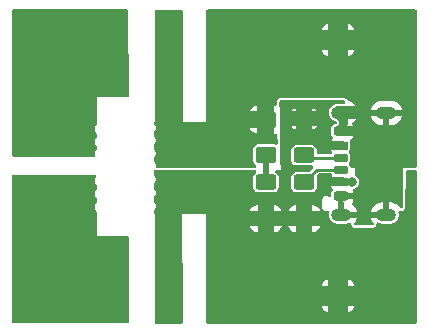
<source format=gbr>
%TF.GenerationSoftware,KiCad,Pcbnew,8.0.5*%
%TF.CreationDate,2024-10-20T11:11:32-05:00*%
%TF.ProjectId,Banana to USB-C Adapter v3,42616e61-6e61-4207-946f-205553422d43,2*%
%TF.SameCoordinates,Original*%
%TF.FileFunction,Copper,L1,Top*%
%TF.FilePolarity,Positive*%
%FSLAX46Y46*%
G04 Gerber Fmt 4.6, Leading zero omitted, Abs format (unit mm)*
G04 Created by KiCad (PCBNEW 8.0.5) date 2024-10-20 11:11:32*
%MOMM*%
%LPD*%
G01*
G04 APERTURE LIST*
G04 Aperture macros list*
%AMRoundRect*
0 Rectangle with rounded corners*
0 $1 Rounding radius*
0 $2 $3 $4 $5 $6 $7 $8 $9 X,Y pos of 4 corners*
0 Add a 4 corners polygon primitive as box body*
4,1,4,$2,$3,$4,$5,$6,$7,$8,$9,$2,$3,0*
0 Add four circle primitives for the rounded corners*
1,1,$1+$1,$2,$3*
1,1,$1+$1,$4,$5*
1,1,$1+$1,$6,$7*
1,1,$1+$1,$8,$9*
0 Add four rect primitives between the rounded corners*
20,1,$1+$1,$2,$3,$4,$5,0*
20,1,$1+$1,$4,$5,$6,$7,0*
20,1,$1+$1,$6,$7,$8,$9,0*
20,1,$1+$1,$8,$9,$2,$3,0*%
G04 Aperture macros list end*
%TA.AperFunction,ComponentPad*%
%ADD10R,1.700000X1.700000*%
%TD*%
%TA.AperFunction,ComponentPad*%
%ADD11C,0.800000*%
%TD*%
%TA.AperFunction,ComponentPad*%
%ADD12C,6.400000*%
%TD*%
%TA.AperFunction,SMDPad,CuDef*%
%ADD13RoundRect,0.250000X0.625000X-0.400000X0.625000X0.400000X-0.625000X0.400000X-0.625000X-0.400000X0*%
%TD*%
%TA.AperFunction,SMDPad,CuDef*%
%ADD14RoundRect,0.175000X0.425000X-0.175000X0.425000X0.175000X-0.425000X0.175000X-0.425000X-0.175000X0*%
%TD*%
%TA.AperFunction,SMDPad,CuDef*%
%ADD15RoundRect,0.190000X-0.410000X0.190000X-0.410000X-0.190000X0.410000X-0.190000X0.410000X0.190000X0*%
%TD*%
%TA.AperFunction,SMDPad,CuDef*%
%ADD16RoundRect,0.200000X-0.400000X0.200000X-0.400000X-0.200000X0.400000X-0.200000X0.400000X0.200000X0*%
%TD*%
%TA.AperFunction,SMDPad,CuDef*%
%ADD17RoundRect,0.175000X-0.425000X0.175000X-0.425000X-0.175000X0.425000X-0.175000X0.425000X0.175000X0*%
%TD*%
%TA.AperFunction,SMDPad,CuDef*%
%ADD18RoundRect,0.190000X0.410000X-0.190000X0.410000X0.190000X-0.410000X0.190000X-0.410000X-0.190000X0*%
%TD*%
%TA.AperFunction,SMDPad,CuDef*%
%ADD19RoundRect,0.200000X0.400000X-0.200000X0.400000X0.200000X-0.400000X0.200000X-0.400000X-0.200000X0*%
%TD*%
%TA.AperFunction,ComponentPad*%
%ADD20O,1.700000X1.100000*%
%TD*%
%TA.AperFunction,SMDPad,CuDef*%
%ADD21RoundRect,0.250001X-0.624999X0.462499X-0.624999X-0.462499X0.624999X-0.462499X0.624999X0.462499X0*%
%TD*%
%TA.AperFunction,SMDPad,CuDef*%
%ADD22RoundRect,0.250000X-0.625000X0.400000X-0.625000X-0.400000X0.625000X-0.400000X0.625000X0.400000X0*%
%TD*%
%TA.AperFunction,ViaPad*%
%ADD23C,0.800000*%
%TD*%
%TA.AperFunction,Conductor*%
%ADD24C,0.250000*%
%TD*%
%TA.AperFunction,Conductor*%
%ADD25C,0.500000*%
%TD*%
G04 APERTURE END LIST*
D10*
%TO.P,J3,1,Pin_1*%
%TO.N,GND*%
X152882600Y-88671400D03*
%TD*%
D11*
%TO.P,H1,1,1*%
%TO.N,/Positive*%
X126600138Y-108968250D03*
X127303082Y-107271194D03*
X127303082Y-110665306D03*
X129000138Y-106568250D03*
D12*
X129000138Y-108968250D03*
D11*
X129000138Y-111368250D03*
X130697194Y-107271194D03*
X130697194Y-110665306D03*
X131400138Y-108968250D03*
%TD*%
D10*
%TO.P,J2,1,Pin_1*%
%TO.N,/Positive*%
X152882600Y-110337600D03*
%TD*%
D13*
%TO.P,R1,1*%
%TO.N,/Positive*%
X146790000Y-103820000D03*
%TO.P,R1,2*%
%TO.N,Net-(D1-A)*%
X146790000Y-100720000D03*
%TD*%
D14*
%TO.P,J1,A5,CC1*%
%TO.N,Net-(J1-CC1)*%
X153110000Y-99660000D03*
D15*
%TO.P,J1,A9,VBUS*%
%TO.N,/Positive*%
X153110000Y-97640000D03*
D16*
%TO.P,J1,A12,GND*%
%TO.N,GND*%
X153110000Y-96410000D03*
D17*
%TO.P,J1,B5,CC2*%
%TO.N,Net-(J1-CC2)*%
X153110000Y-98660000D03*
D18*
%TO.P,J1,B9,VBUS*%
%TO.N,/Positive*%
X153110000Y-100680000D03*
D19*
%TO.P,J1,B12,GND*%
%TO.N,GND*%
X153110000Y-101910000D03*
D20*
%TO.P,J1,S1,SHIELD*%
X153190000Y-103480000D03*
X156990000Y-103480000D03*
X153190000Y-94840000D03*
X156990000Y-94840000D03*
%TD*%
D11*
%TO.P,H2,1,1*%
%TO.N,GND*%
X126600138Y-89918250D03*
X127303082Y-88221194D03*
X127303082Y-91615306D03*
X129000138Y-87518250D03*
D12*
X129000138Y-89918250D03*
D11*
X129000138Y-92318250D03*
X130697194Y-88221194D03*
X130697194Y-91615306D03*
X131400138Y-89918250D03*
%TD*%
D21*
%TO.P,D1,1,K*%
%TO.N,GND*%
X146790000Y-95432500D03*
%TO.P,D1,2,A*%
%TO.N,Net-(D1-A)*%
X146790000Y-98407500D03*
%TD*%
D22*
%TO.P,R4,1*%
%TO.N,/Positive*%
X150030000Y-95351000D03*
%TO.P,R4,2*%
%TO.N,Net-(J1-CC2)*%
X150030000Y-98451000D03*
%TD*%
D13*
%TO.P,R3,1*%
%TO.N,/Positive*%
X150030000Y-103820000D03*
%TO.P,R3,2*%
%TO.N,Net-(J1-CC1)*%
X150030000Y-100720000D03*
%TD*%
D23*
%TO.N,GND*%
X144856200Y-86588600D03*
X144856200Y-95250000D03*
X144856200Y-88320880D03*
X144856200Y-90053160D03*
X144856200Y-91785440D03*
X144856200Y-93517720D03*
%TO.N,/Positive*%
X154051000Y-100711000D03*
X144856200Y-110535720D03*
X144856200Y-105415080D03*
X152146000Y-97663000D03*
X144856200Y-107121960D03*
X144856200Y-103708200D03*
X144856200Y-108828840D03*
X144856200Y-112242600D03*
X152146000Y-100711000D03*
%TD*%
D24*
%TO.N,Net-(J1-CC1)*%
X151090000Y-99660000D02*
X150030000Y-100720000D01*
X153110000Y-99660000D02*
X151090000Y-99660000D01*
%TO.N,Net-(J1-CC2)*%
X153103600Y-98653600D02*
X153110000Y-98660000D01*
X150232600Y-98653600D02*
X153103600Y-98653600D01*
X150030000Y-98451000D02*
X150232600Y-98653600D01*
%TO.N,/Positive*%
X153141000Y-100711000D02*
X153110000Y-100680000D01*
X154051000Y-100711000D02*
X153141000Y-100711000D01*
%TO.N,GND*%
X138500000Y-88450000D02*
X138500000Y-91250000D01*
%TO.N,/Positive*%
X152169000Y-97640000D02*
X152146000Y-97663000D01*
X153110000Y-100680000D02*
X152177000Y-100680000D01*
X152177000Y-100680000D02*
X152146000Y-100711000D01*
X153110000Y-97640000D02*
X152169000Y-97640000D01*
D25*
%TO.N,Net-(D1-A)*%
X146790000Y-98407500D02*
X146790000Y-100720000D01*
D24*
%TO.N,Net-(J1-CC2)*%
X150222000Y-98660000D02*
X149987000Y-98425000D01*
%TD*%
%TA.AperFunction,Conductor*%
%TO.N,GND*%
G36*
X156192641Y-93909500D02*
G01*
X156192631Y-93909505D01*
X156020664Y-94024410D01*
X156020660Y-94024413D01*
X155874413Y-94170660D01*
X155874410Y-94170664D01*
X155759505Y-94342631D01*
X155759500Y-94342641D01*
X155680351Y-94533723D01*
X155680350Y-94533725D01*
X155669157Y-94590000D01*
X156523012Y-94590000D01*
X156505795Y-94599940D01*
X156449940Y-94655795D01*
X156410444Y-94724204D01*
X156390000Y-94800504D01*
X156390000Y-94879496D01*
X156410444Y-94955796D01*
X156449940Y-95024205D01*
X156505795Y-95080060D01*
X156523012Y-95090000D01*
X155669157Y-95090000D01*
X155680350Y-95146274D01*
X155680351Y-95146276D01*
X155759500Y-95337358D01*
X155759505Y-95337368D01*
X155874410Y-95509335D01*
X155874413Y-95509339D01*
X156020660Y-95655586D01*
X156020664Y-95655589D01*
X156192631Y-95770494D01*
X156192641Y-95770499D01*
X156383725Y-95849649D01*
X156383733Y-95849651D01*
X156586579Y-95889999D01*
X156586583Y-95890000D01*
X156740000Y-95890000D01*
X156740000Y-95140000D01*
X157240000Y-95140000D01*
X157240000Y-95890000D01*
X157393417Y-95890000D01*
X157393420Y-95889999D01*
X157596266Y-95849651D01*
X157596274Y-95849649D01*
X157787358Y-95770499D01*
X157787368Y-95770494D01*
X157959335Y-95655589D01*
X157959339Y-95655586D01*
X158105586Y-95509339D01*
X158105589Y-95509335D01*
X158220494Y-95337368D01*
X158220499Y-95337358D01*
X158299648Y-95146276D01*
X158299649Y-95146274D01*
X158310843Y-95090000D01*
X157456988Y-95090000D01*
X157474205Y-95080060D01*
X157530060Y-95024205D01*
X157569556Y-94955796D01*
X157590000Y-94879496D01*
X157590000Y-94800504D01*
X157569556Y-94724204D01*
X157530060Y-94655795D01*
X157474205Y-94599940D01*
X157456988Y-94590000D01*
X158310843Y-94590000D01*
X158299649Y-94533725D01*
X158299648Y-94533723D01*
X158220499Y-94342641D01*
X158220494Y-94342631D01*
X158105589Y-94170664D01*
X158105586Y-94170660D01*
X157959339Y-94024413D01*
X157959335Y-94024410D01*
X157787368Y-93909505D01*
X157787358Y-93909500D01*
X157650955Y-93853000D01*
X158496000Y-93853000D01*
X158427964Y-99500000D01*
X158388077Y-102810664D01*
X158387893Y-102825895D01*
X158367402Y-102892692D01*
X158314051Y-102937808D01*
X158244778Y-102946917D01*
X158181576Y-102917129D01*
X158160800Y-102893292D01*
X158105589Y-102810664D01*
X158105586Y-102810660D01*
X157959339Y-102664413D01*
X157959335Y-102664410D01*
X157787368Y-102549505D01*
X157787358Y-102549500D01*
X157596274Y-102470350D01*
X157596266Y-102470348D01*
X157393420Y-102430000D01*
X157240000Y-102430000D01*
X157240000Y-103180000D01*
X156740000Y-103180000D01*
X156740000Y-102430000D01*
X156586579Y-102430000D01*
X156383733Y-102470348D01*
X156383725Y-102470350D01*
X156192641Y-102549500D01*
X156192631Y-102549505D01*
X156020664Y-102664410D01*
X156020660Y-102664413D01*
X155874413Y-102810660D01*
X155874410Y-102810664D01*
X155759505Y-102982631D01*
X155759500Y-102982641D01*
X155680351Y-103173723D01*
X155680350Y-103173725D01*
X155669157Y-103230000D01*
X156523012Y-103230000D01*
X156505795Y-103239940D01*
X156449940Y-103295795D01*
X156410444Y-103364204D01*
X156390000Y-103440504D01*
X156390000Y-103519496D01*
X156410444Y-103595796D01*
X156449940Y-103664205D01*
X156505795Y-103720060D01*
X156523012Y-103730000D01*
X155669157Y-103730000D01*
X155680350Y-103786274D01*
X155680351Y-103786276D01*
X155759500Y-103977358D01*
X155759505Y-103977368D01*
X155874410Y-104149335D01*
X155874413Y-104149339D01*
X155907393Y-104182319D01*
X155940878Y-104243642D01*
X155935894Y-104313334D01*
X155894022Y-104369267D01*
X155828558Y-104393684D01*
X155819712Y-104394000D01*
X154360288Y-104394000D01*
X154293249Y-104374315D01*
X154247494Y-104321511D01*
X154237550Y-104252353D01*
X154266575Y-104188797D01*
X154272607Y-104182319D01*
X154305586Y-104149339D01*
X154305589Y-104149335D01*
X154420494Y-103977368D01*
X154420499Y-103977358D01*
X154499648Y-103786276D01*
X154499649Y-103786274D01*
X154510843Y-103730000D01*
X153656988Y-103730000D01*
X153674205Y-103720060D01*
X153730060Y-103664205D01*
X153769556Y-103595796D01*
X153790000Y-103519496D01*
X153790000Y-103440504D01*
X153769556Y-103364204D01*
X153730060Y-103295795D01*
X153674205Y-103239940D01*
X153656988Y-103230000D01*
X154510843Y-103230000D01*
X154499649Y-103173725D01*
X154499648Y-103173723D01*
X154420499Y-102982641D01*
X154420494Y-102982631D01*
X154305589Y-102810664D01*
X154305586Y-102810660D01*
X154159337Y-102664411D01*
X154139254Y-102650992D01*
X154094450Y-102597379D01*
X154085744Y-102528054D01*
X154102031Y-102483740D01*
X154153018Y-102399398D01*
X154153019Y-102399396D01*
X154203590Y-102237106D01*
X154210000Y-102166572D01*
X154210000Y-102160000D01*
X153360000Y-102160000D01*
X153360000Y-102387000D01*
X153378290Y-102405290D01*
X153383039Y-102406685D01*
X153428794Y-102459489D01*
X153440000Y-102511000D01*
X153440000Y-103180000D01*
X152940000Y-103180000D01*
X152940000Y-102853000D01*
X152921709Y-102834709D01*
X152916961Y-102833315D01*
X152871206Y-102780511D01*
X152860000Y-102729000D01*
X152860000Y-101784000D01*
X152879685Y-101716961D01*
X152932489Y-101671206D01*
X152984000Y-101660000D01*
X154209999Y-101660000D01*
X154209999Y-101653417D01*
X154203591Y-101582897D01*
X154203590Y-101582892D01*
X154158590Y-101438482D01*
X154157438Y-101368622D01*
X154194239Y-101309229D01*
X154229521Y-101287030D01*
X154353841Y-101235536D01*
X154479282Y-101139282D01*
X154575536Y-101013841D01*
X154636044Y-100867762D01*
X154656682Y-100711000D01*
X154636044Y-100554238D01*
X154575536Y-100408159D01*
X154479282Y-100282718D01*
X154372778Y-100200995D01*
X154331577Y-100144568D01*
X154324284Y-100100486D01*
X154334638Y-99500000D01*
X154432000Y-93853000D01*
X156329045Y-93853000D01*
X156192641Y-93909500D01*
G37*
%TD.AperFunction*%
%TD*%
%TA.AperFunction,Conductor*%
%TO.N,/Positive*%
G36*
X133225000Y-106000000D02*
G01*
X133225000Y-112689747D01*
X125455059Y-112689455D01*
X125388021Y-112669768D01*
X125342268Y-112616962D01*
X125331064Y-112565740D01*
X125315796Y-105928517D01*
X125313744Y-105036255D01*
X125575000Y-104775000D01*
X132000000Y-104775000D01*
X133225000Y-106000000D01*
G37*
%TD.AperFunction*%
%TD*%
%TA.AperFunction,Conductor*%
%TO.N,/Positive*%
G36*
X153462762Y-93813285D02*
G01*
X153508517Y-93866089D01*
X153519705Y-93915459D01*
X153520532Y-93963359D01*
X153502007Y-94030729D01*
X153450001Y-94077388D01*
X153396550Y-94089500D01*
X152816080Y-94089500D01*
X152671092Y-94118340D01*
X152671082Y-94118343D01*
X152534511Y-94174912D01*
X152534498Y-94174919D01*
X152411584Y-94257048D01*
X152411580Y-94257051D01*
X152307051Y-94361580D01*
X152307048Y-94361584D01*
X152224919Y-94484498D01*
X152224912Y-94484511D01*
X152168343Y-94621082D01*
X152168340Y-94621092D01*
X152139500Y-94766079D01*
X152139500Y-94766082D01*
X152139500Y-94913918D01*
X152139500Y-94913920D01*
X152139499Y-94913920D01*
X152168340Y-95058907D01*
X152168343Y-95058917D01*
X152224912Y-95195488D01*
X152224919Y-95195501D01*
X152307048Y-95318415D01*
X152307051Y-95318419D01*
X152411580Y-95422948D01*
X152411584Y-95422951D01*
X152534498Y-95505080D01*
X152534511Y-95505087D01*
X152671082Y-95561656D01*
X152671087Y-95561658D01*
X152686987Y-95564820D01*
X152748898Y-95597203D01*
X152783474Y-95657918D01*
X152779736Y-95727688D01*
X152738871Y-95784361D01*
X152682196Y-95808911D01*
X152584699Y-95824352D01*
X152529297Y-95852580D01*
X152471658Y-95881950D01*
X152471657Y-95881951D01*
X152471652Y-95881954D01*
X152381954Y-95971652D01*
X152381951Y-95971657D01*
X152381950Y-95971658D01*
X152362751Y-96009337D01*
X152324352Y-96084698D01*
X152309500Y-96178475D01*
X152309500Y-96641517D01*
X152320292Y-96709657D01*
X152324354Y-96735304D01*
X152381950Y-96848342D01*
X152381952Y-96848344D01*
X152381954Y-96848347D01*
X152443787Y-96910180D01*
X152477272Y-96971503D01*
X152472288Y-97041195D01*
X152430416Y-97097128D01*
X152429741Y-97097630D01*
X152382498Y-97132497D01*
X152303018Y-97240189D01*
X152296087Y-97259999D01*
X152296087Y-97260000D01*
X153366000Y-97260000D01*
X153433039Y-97279685D01*
X153478794Y-97332489D01*
X153490000Y-97384000D01*
X153490000Y-97896000D01*
X153470315Y-97963039D01*
X153417511Y-98008794D01*
X153366000Y-98020000D01*
X152296087Y-98020000D01*
X152303019Y-98039812D01*
X152367623Y-98127348D01*
X152391594Y-98192977D01*
X152379279Y-98255390D01*
X152377756Y-98258509D01*
X152330652Y-98310113D01*
X152266330Y-98328100D01*
X151229500Y-98328100D01*
X151162461Y-98308415D01*
X151116706Y-98255611D01*
X151105500Y-98204100D01*
X151105500Y-97996730D01*
X151102646Y-97966300D01*
X151102646Y-97966298D01*
X151057793Y-97838119D01*
X151057792Y-97838117D01*
X150977150Y-97728850D01*
X150867882Y-97648207D01*
X150867880Y-97648206D01*
X150739700Y-97603353D01*
X150709270Y-97600500D01*
X150709266Y-97600500D01*
X149350734Y-97600500D01*
X149350730Y-97600500D01*
X149320300Y-97603353D01*
X149320298Y-97603353D01*
X149192119Y-97648206D01*
X149192117Y-97648207D01*
X149082850Y-97728850D01*
X149002207Y-97838117D01*
X149002206Y-97838119D01*
X148957353Y-97966298D01*
X148957353Y-97966300D01*
X148954500Y-97996730D01*
X148954500Y-98905269D01*
X148957353Y-98935699D01*
X148957353Y-98935701D01*
X149001028Y-99060513D01*
X149002207Y-99063882D01*
X149082850Y-99173150D01*
X149192118Y-99253793D01*
X149220685Y-99263789D01*
X149320299Y-99298646D01*
X149350730Y-99301500D01*
X150688811Y-99301500D01*
X150755850Y-99321185D01*
X150801605Y-99373989D01*
X150811549Y-99443147D01*
X150782524Y-99506703D01*
X150776492Y-99513181D01*
X150456492Y-99833181D01*
X150395169Y-99866666D01*
X150368811Y-99869500D01*
X149350730Y-99869500D01*
X149320300Y-99872353D01*
X149320298Y-99872353D01*
X149192119Y-99917206D01*
X149192117Y-99917207D01*
X149082850Y-99997850D01*
X149002207Y-100107117D01*
X149002206Y-100107119D01*
X148957353Y-100235298D01*
X148957353Y-100235300D01*
X148954500Y-100265730D01*
X148954500Y-101174269D01*
X148957353Y-101204699D01*
X148957353Y-101204701D01*
X148999223Y-101324354D01*
X149002207Y-101332882D01*
X149082850Y-101442150D01*
X149192118Y-101522793D01*
X149234845Y-101537744D01*
X149320299Y-101567646D01*
X149350730Y-101570500D01*
X149350734Y-101570500D01*
X150709270Y-101570500D01*
X150739699Y-101567646D01*
X150739701Y-101567646D01*
X150803790Y-101545219D01*
X150867882Y-101522793D01*
X150977150Y-101442150D01*
X151057793Y-101332882D01*
X151083161Y-101260384D01*
X151102646Y-101204701D01*
X151102646Y-101204699D01*
X151105500Y-101174269D01*
X151105500Y-100265730D01*
X151102646Y-100235301D01*
X151095299Y-100214304D01*
X151091736Y-100144525D01*
X151124658Y-100085668D01*
X151188510Y-100021817D01*
X151249834Y-99988333D01*
X151276190Y-99985500D01*
X152263201Y-99985500D01*
X152330240Y-100005185D01*
X152374600Y-100055036D01*
X152379253Y-100064553D01*
X152391014Y-100133425D01*
X152367625Y-100192650D01*
X152303018Y-100280189D01*
X152296087Y-100299999D01*
X152296087Y-100300000D01*
X153366000Y-100300000D01*
X153433039Y-100319685D01*
X153478794Y-100372489D01*
X153490000Y-100424000D01*
X153490000Y-100936000D01*
X153470315Y-101003039D01*
X153417511Y-101048794D01*
X153366000Y-101060000D01*
X152296087Y-101060000D01*
X152303018Y-101079810D01*
X152382498Y-101187501D01*
X152429740Y-101222368D01*
X152471991Y-101278016D01*
X152477449Y-101347672D01*
X152444381Y-101409221D01*
X152443788Y-101409819D01*
X152381951Y-101471655D01*
X152381951Y-101471657D01*
X152324352Y-101584698D01*
X152309500Y-101678475D01*
X152309500Y-101867818D01*
X152289815Y-101934857D01*
X152237011Y-101980612D01*
X152167853Y-101990556D01*
X152110181Y-101966322D01*
X152055572Y-101924566D01*
X152055569Y-101924565D01*
X151992014Y-101895540D01*
X151968549Y-101886515D01*
X151968546Y-101886514D01*
X151877403Y-101879061D01*
X151877401Y-101879061D01*
X151808245Y-101889005D01*
X151783627Y-101894098D01*
X151783626Y-101894098D01*
X151702916Y-101937107D01*
X151702913Y-101937109D01*
X151650104Y-101982868D01*
X151632160Y-102000450D01*
X151632154Y-102000457D01*
X151587511Y-102080267D01*
X151587509Y-102080272D01*
X151567826Y-102147304D01*
X151567825Y-102147309D01*
X151567825Y-102147310D01*
X151566639Y-102155562D01*
X151559500Y-102205211D01*
X151559500Y-102616000D01*
X148082000Y-102616000D01*
X147967731Y-96001000D01*
X148962574Y-96001000D01*
X149044952Y-96111047D01*
X149160972Y-96197896D01*
X149160974Y-96197897D01*
X149296768Y-96248547D01*
X149356781Y-96254999D01*
X150680000Y-96254999D01*
X150703207Y-96254999D01*
X150703216Y-96254998D01*
X150763235Y-96248547D01*
X150763238Y-96248546D01*
X150899021Y-96197900D01*
X150899027Y-96197896D01*
X151015047Y-96111047D01*
X151097426Y-96001000D01*
X150680000Y-96001000D01*
X150680000Y-96254999D01*
X149356781Y-96254999D01*
X149380000Y-96254998D01*
X149380000Y-96001000D01*
X148962574Y-96001000D01*
X147967731Y-96001000D01*
X147945275Y-94700999D01*
X148962574Y-94700999D01*
X148962575Y-94701000D01*
X149380000Y-94701000D01*
X150680000Y-94701000D01*
X151097425Y-94701000D01*
X151097425Y-94700999D01*
X151015047Y-94590952D01*
X150899027Y-94504103D01*
X150899025Y-94504102D01*
X150763231Y-94453452D01*
X150703227Y-94447000D01*
X150680000Y-94447000D01*
X150680000Y-94701000D01*
X149380000Y-94701000D01*
X149380000Y-94446999D01*
X149356795Y-94447000D01*
X149356781Y-94447001D01*
X149296764Y-94453452D01*
X149296761Y-94453453D01*
X149160978Y-94504099D01*
X149160972Y-94504103D01*
X149044952Y-94590952D01*
X148962574Y-94700999D01*
X147945275Y-94700999D01*
X147931779Y-93919741D01*
X147950303Y-93852372D01*
X148002309Y-93805712D01*
X148055761Y-93793600D01*
X153395723Y-93793600D01*
X153462762Y-93813285D01*
G37*
%TD.AperFunction*%
%TD*%
%TA.AperFunction,Conductor*%
%TO.N,GND*%
G36*
X133325000Y-92575000D02*
G01*
X131875000Y-94025000D01*
X125288416Y-94025000D01*
X125270485Y-86230206D01*
X125290016Y-86163125D01*
X125342714Y-86117248D01*
X125394407Y-86105924D01*
X133325000Y-86101108D01*
X133325000Y-92575000D01*
G37*
%TD.AperFunction*%
%TD*%
%TA.AperFunction,Conductor*%
%TO.N,/Positive*%
G36*
X145936631Y-99719685D02*
G01*
X145982386Y-99772489D01*
X145992330Y-99841647D01*
X145963305Y-99905203D01*
X145943225Y-99923770D01*
X145842851Y-99997848D01*
X145762207Y-100107117D01*
X145762206Y-100107119D01*
X145717353Y-100235299D01*
X145714500Y-100265730D01*
X145714500Y-101174269D01*
X145717353Y-101204699D01*
X145717353Y-101204701D01*
X145759223Y-101324354D01*
X145762207Y-101332882D01*
X145842850Y-101442150D01*
X145952118Y-101522793D01*
X145991854Y-101536697D01*
X146080299Y-101567646D01*
X146110730Y-101570500D01*
X146110734Y-101570500D01*
X147469270Y-101570500D01*
X147499699Y-101567646D01*
X147499701Y-101567646D01*
X147573483Y-101541828D01*
X147627882Y-101522793D01*
X147737150Y-101442150D01*
X147817793Y-101332882D01*
X147843161Y-101260384D01*
X147862646Y-101204701D01*
X147862646Y-101204699D01*
X147865500Y-101174269D01*
X147865500Y-100265730D01*
X147862646Y-100235299D01*
X147817793Y-100107119D01*
X147817792Y-100107117D01*
X147737150Y-99997850D01*
X147737148Y-99997849D01*
X147737148Y-99997848D01*
X147636775Y-99923770D01*
X147594524Y-99868123D01*
X147589065Y-99798467D01*
X147622132Y-99736917D01*
X147683226Y-99703016D01*
X147710408Y-99700000D01*
X148031628Y-99700000D01*
X150589673Y-99700000D01*
X150456492Y-99833181D01*
X150395169Y-99866666D01*
X150368811Y-99869500D01*
X149350730Y-99869500D01*
X149320300Y-99872353D01*
X149320298Y-99872353D01*
X149192119Y-99917206D01*
X149192117Y-99917207D01*
X149082850Y-99997850D01*
X149002207Y-100107117D01*
X149002206Y-100107119D01*
X148957353Y-100235299D01*
X148954500Y-100265730D01*
X148954500Y-101174269D01*
X148957353Y-101204699D01*
X148957353Y-101204701D01*
X148999223Y-101324354D01*
X149002207Y-101332882D01*
X149082850Y-101442150D01*
X149192118Y-101522793D01*
X149231854Y-101536697D01*
X149320299Y-101567646D01*
X149350730Y-101570500D01*
X149350734Y-101570500D01*
X150709270Y-101570500D01*
X150739699Y-101567646D01*
X150739701Y-101567646D01*
X150813483Y-101541828D01*
X150867882Y-101522793D01*
X150977150Y-101442150D01*
X151057793Y-101332882D01*
X151083161Y-101260384D01*
X151102646Y-101204701D01*
X151102646Y-101204699D01*
X151105500Y-101174269D01*
X151105500Y-100265730D01*
X151102646Y-100235301D01*
X151095299Y-100214304D01*
X151091736Y-100144525D01*
X151124658Y-100085668D01*
X151188510Y-100021817D01*
X151249834Y-99988333D01*
X151276190Y-99985500D01*
X151978843Y-99985500D01*
X152045882Y-100005185D01*
X152091637Y-100057989D01*
X152101581Y-100127147D01*
X152084960Y-100173650D01*
X152066167Y-100204737D01*
X152036481Y-100299999D01*
X152036482Y-100300000D01*
X153366000Y-100300000D01*
X153433039Y-100319685D01*
X153478794Y-100372489D01*
X153490000Y-100424000D01*
X153490000Y-100936000D01*
X153470315Y-101003039D01*
X153417511Y-101048794D01*
X153366000Y-101060000D01*
X152036482Y-101060000D01*
X152066167Y-101155264D01*
X152066168Y-101155266D01*
X152152850Y-101298657D01*
X152152853Y-101298661D01*
X152271337Y-101417145D01*
X152278445Y-101421442D01*
X152325633Y-101472969D01*
X152337473Y-101541828D01*
X152327334Y-101575408D01*
X152327368Y-101575420D01*
X152326843Y-101577034D01*
X152324788Y-101583842D01*
X152324354Y-101584692D01*
X152324353Y-101584697D01*
X152309500Y-101678475D01*
X152309500Y-101867818D01*
X152289815Y-101934857D01*
X152237011Y-101980612D01*
X152167853Y-101990556D01*
X152110181Y-101966322D01*
X152055572Y-101924566D01*
X152055569Y-101924565D01*
X151992014Y-101895540D01*
X151968549Y-101886515D01*
X151968546Y-101886514D01*
X151877403Y-101879061D01*
X151877401Y-101879061D01*
X151808245Y-101889005D01*
X151783627Y-101894098D01*
X151783626Y-101894098D01*
X151702916Y-101937107D01*
X151702913Y-101937109D01*
X151650104Y-101982868D01*
X151632160Y-102000450D01*
X151632154Y-102000457D01*
X151587511Y-102080267D01*
X151587509Y-102080272D01*
X151567826Y-102147304D01*
X151567825Y-102147309D01*
X151567825Y-102147310D01*
X151562025Y-102187653D01*
X151559500Y-102205211D01*
X151559500Y-102864955D01*
X151561338Y-102892377D01*
X151561339Y-102892384D01*
X151565757Y-102925189D01*
X151593091Y-103001584D01*
X151594587Y-103005764D01*
X151631298Y-103065193D01*
X151631307Y-103065207D01*
X151645796Y-103085738D01*
X151645800Y-103085743D01*
X151687758Y-103119028D01*
X151717446Y-103142580D01*
X151775473Y-103170342D01*
X151780478Y-103172737D01*
X151793211Y-103177897D01*
X151803770Y-103182176D01*
X151803772Y-103182176D01*
X151803775Y-103182177D01*
X151894768Y-103191257D01*
X151894770Y-103191256D01*
X151894774Y-103191257D01*
X151947673Y-103184613D01*
X151964069Y-103182554D01*
X151964074Y-103182553D01*
X151964099Y-103182550D01*
X151988804Y-103177898D01*
X151988807Y-103177896D01*
X151995515Y-103175607D01*
X152065319Y-103172580D01*
X152125678Y-103207772D01*
X152157430Y-103270010D01*
X152157189Y-103317150D01*
X152139500Y-103406077D01*
X152139500Y-103406080D01*
X152139500Y-103406082D01*
X152139500Y-103553918D01*
X152139500Y-103553920D01*
X152139499Y-103553920D01*
X152168340Y-103698907D01*
X152168343Y-103698917D01*
X152224912Y-103835488D01*
X152224919Y-103835501D01*
X152307048Y-103958415D01*
X152307051Y-103958419D01*
X152411580Y-104062948D01*
X152411584Y-104062951D01*
X152534498Y-104145080D01*
X152534511Y-104145087D01*
X152626001Y-104182983D01*
X152671087Y-104201658D01*
X152671091Y-104201658D01*
X152671092Y-104201659D01*
X152816079Y-104230500D01*
X152816082Y-104230500D01*
X153563920Y-104230500D01*
X153661462Y-104211096D01*
X153708913Y-104201658D01*
X153845495Y-104145084D01*
X153845500Y-104145080D01*
X153850870Y-104142211D01*
X153851748Y-104143854D01*
X153910114Y-104125567D01*
X153977498Y-104144040D01*
X154024197Y-104196011D01*
X154035937Y-104259652D01*
X154034142Y-104281601D01*
X154040812Y-104327993D01*
X154044086Y-104350758D01*
X154049178Y-104375373D01*
X154081751Y-104436500D01*
X154092187Y-104456083D01*
X154092189Y-104456086D01*
X154137948Y-104508895D01*
X154155530Y-104526839D01*
X154155534Y-104526843D01*
X154155535Y-104526844D01*
X154155537Y-104526845D01*
X154235347Y-104571488D01*
X154235351Y-104571490D01*
X154302390Y-104591175D01*
X154360288Y-104599500D01*
X154360292Y-104599500D01*
X155819716Y-104599500D01*
X155820166Y-104599491D01*
X155827048Y-104599369D01*
X155835894Y-104599053D01*
X155900373Y-104586227D01*
X155965837Y-104561810D01*
X155988806Y-104551603D01*
X156058532Y-104492421D01*
X156100404Y-104436488D01*
X156114211Y-104415477D01*
X156140871Y-104327993D01*
X156145855Y-104258301D01*
X156145941Y-104249815D01*
X156166301Y-104182983D01*
X156219565Y-104137764D01*
X156288821Y-104128520D01*
X156328248Y-104143860D01*
X156329130Y-104142211D01*
X156334511Y-104145087D01*
X156426001Y-104182983D01*
X156471087Y-104201658D01*
X156471091Y-104201658D01*
X156471092Y-104201659D01*
X156616079Y-104230500D01*
X156616082Y-104230500D01*
X157363920Y-104230500D01*
X157461462Y-104211096D01*
X157508913Y-104201658D01*
X157645495Y-104145084D01*
X157768416Y-104062951D01*
X157872951Y-103958416D01*
X157955084Y-103835495D01*
X158011658Y-103698913D01*
X158040500Y-103553918D01*
X158040500Y-103406082D01*
X158015951Y-103282669D01*
X158022178Y-103213080D01*
X158065040Y-103157902D01*
X158130930Y-103134657D01*
X158171579Y-103141334D01*
X158171893Y-103140032D01*
X158180509Y-103142108D01*
X158180514Y-103142110D01*
X158271569Y-103150663D01*
X158340842Y-103141554D01*
X158365522Y-103136758D01*
X158446746Y-103094723D01*
X158500097Y-103049607D01*
X158518260Y-103032234D01*
X158563866Y-102952960D01*
X158584357Y-102886163D01*
X158593378Y-102828377D01*
X158593562Y-102813146D01*
X158593562Y-102813140D01*
X158629593Y-99822505D01*
X158650084Y-99755709D01*
X158703435Y-99710593D01*
X158753584Y-99700000D01*
X159457000Y-99700000D01*
X159524039Y-99719685D01*
X159569794Y-99772489D01*
X159581000Y-99824000D01*
X159581000Y-112575800D01*
X159561315Y-112642839D01*
X159508511Y-112688594D01*
X159457000Y-112699800D01*
X141855848Y-112699800D01*
X141788809Y-112680115D01*
X141743054Y-112627311D01*
X141731848Y-112575952D01*
X141730691Y-111630954D01*
X141730207Y-111235444D01*
X151532600Y-111235444D01*
X151539001Y-111294972D01*
X151539003Y-111294979D01*
X151589245Y-111429686D01*
X151589249Y-111429693D01*
X151675409Y-111544787D01*
X151675412Y-111544790D01*
X151790506Y-111630950D01*
X151790513Y-111630954D01*
X151925220Y-111681196D01*
X151925227Y-111681198D01*
X151984755Y-111687599D01*
X151984772Y-111687600D01*
X152032600Y-111687600D01*
X153732600Y-111687600D01*
X153780428Y-111687600D01*
X153780444Y-111687599D01*
X153839972Y-111681198D01*
X153839979Y-111681196D01*
X153974686Y-111630954D01*
X153974693Y-111630950D01*
X154089787Y-111544790D01*
X154089790Y-111544787D01*
X154175950Y-111429693D01*
X154175954Y-111429686D01*
X154226196Y-111294979D01*
X154226198Y-111294972D01*
X154232599Y-111235444D01*
X154232600Y-111235427D01*
X154232600Y-111187600D01*
X153732600Y-111187600D01*
X153732600Y-111687600D01*
X152032600Y-111687600D01*
X152032600Y-111187600D01*
X151532600Y-111187600D01*
X151532600Y-111235444D01*
X141730207Y-111235444D01*
X141729027Y-110271774D01*
X152382600Y-110271774D01*
X152382600Y-110403426D01*
X152416675Y-110530593D01*
X152482501Y-110644607D01*
X152575593Y-110737699D01*
X152689607Y-110803525D01*
X152816774Y-110837600D01*
X152948426Y-110837600D01*
X153075593Y-110803525D01*
X153189607Y-110737699D01*
X153282699Y-110644607D01*
X153348525Y-110530593D01*
X153382600Y-110403426D01*
X153382600Y-110271774D01*
X153348525Y-110144607D01*
X153282699Y-110030593D01*
X153189607Y-109937501D01*
X153075593Y-109871675D01*
X152948426Y-109837600D01*
X152816774Y-109837600D01*
X152689607Y-109871675D01*
X152575593Y-109937501D01*
X152482501Y-110030593D01*
X152416675Y-110144607D01*
X152382600Y-110271774D01*
X141729027Y-110271774D01*
X141728009Y-109439755D01*
X151532600Y-109439755D01*
X151532600Y-109487600D01*
X152032600Y-109487600D01*
X153732600Y-109487600D01*
X154232600Y-109487600D01*
X154232600Y-109439772D01*
X154232599Y-109439755D01*
X154226198Y-109380227D01*
X154226196Y-109380220D01*
X154175954Y-109245513D01*
X154175950Y-109245506D01*
X154089790Y-109130412D01*
X154089787Y-109130409D01*
X153974693Y-109044249D01*
X153974686Y-109044245D01*
X153839979Y-108994003D01*
X153839972Y-108994001D01*
X153780444Y-108987600D01*
X153732600Y-108987600D01*
X153732600Y-109487600D01*
X152032600Y-109487600D01*
X152032600Y-108987600D01*
X151984755Y-108987600D01*
X151925227Y-108994001D01*
X151925220Y-108994003D01*
X151790513Y-109044245D01*
X151790506Y-109044249D01*
X151675412Y-109130409D01*
X151675409Y-109130412D01*
X151589249Y-109245506D01*
X151589245Y-109245513D01*
X151539003Y-109380220D01*
X151539001Y-109380227D01*
X151532600Y-109439755D01*
X141728009Y-109439755D01*
X141721926Y-104470000D01*
X145457737Y-104470000D01*
X145480641Y-104539120D01*
X145572684Y-104688345D01*
X145696654Y-104812315D01*
X145845875Y-104904356D01*
X145845880Y-104904358D01*
X146012302Y-104959505D01*
X146012309Y-104959506D01*
X146115019Y-104969999D01*
X147440000Y-104969999D01*
X147464972Y-104969999D01*
X147464986Y-104969998D01*
X147567697Y-104959505D01*
X147734119Y-104904358D01*
X147734124Y-104904356D01*
X147883345Y-104812315D01*
X148007315Y-104688345D01*
X148099358Y-104539120D01*
X148122263Y-104470000D01*
X148697737Y-104470000D01*
X148720641Y-104539120D01*
X148812684Y-104688345D01*
X148936654Y-104812315D01*
X149085875Y-104904356D01*
X149085880Y-104904358D01*
X149252302Y-104959505D01*
X149252309Y-104959506D01*
X149355019Y-104969999D01*
X150680000Y-104969999D01*
X150704972Y-104969999D01*
X150704986Y-104969998D01*
X150807697Y-104959505D01*
X150974119Y-104904358D01*
X150974124Y-104904356D01*
X151123345Y-104812315D01*
X151247315Y-104688345D01*
X151339358Y-104539120D01*
X151362263Y-104470000D01*
X150680000Y-104470000D01*
X150680000Y-104969999D01*
X149355019Y-104969999D01*
X149380000Y-104969998D01*
X149380000Y-104470000D01*
X148697737Y-104470000D01*
X148122263Y-104470000D01*
X147440000Y-104470000D01*
X147440000Y-104969999D01*
X146115019Y-104969999D01*
X146140000Y-104969998D01*
X146140000Y-104470000D01*
X145457737Y-104470000D01*
X141721926Y-104470000D01*
X141720678Y-103450000D01*
X139725000Y-103450000D01*
X139747246Y-111681198D01*
X139749664Y-112575665D01*
X139730160Y-112642757D01*
X139677480Y-112688655D01*
X139625664Y-112700000D01*
X137499009Y-112700000D01*
X137431970Y-112680315D01*
X137386215Y-112627511D01*
X137375009Y-112575991D01*
X137375010Y-112575800D01*
X137375709Y-103432600D01*
X137375709Y-103432599D01*
X137362670Y-103419559D01*
X137340041Y-103412915D01*
X137294286Y-103360111D01*
X137283080Y-103308600D01*
X137283080Y-103209507D01*
X137294681Y-103170000D01*
X145457737Y-103170000D01*
X146140000Y-103170000D01*
X147440000Y-103170000D01*
X148122262Y-103170000D01*
X148697737Y-103170000D01*
X149380000Y-103170000D01*
X150680000Y-103170000D01*
X151362262Y-103170000D01*
X151339358Y-103100879D01*
X151247315Y-102951654D01*
X151123345Y-102827684D01*
X150974124Y-102735643D01*
X150974119Y-102735641D01*
X150807697Y-102680494D01*
X150807690Y-102680493D01*
X150704986Y-102670000D01*
X150680000Y-102670000D01*
X150680000Y-103170000D01*
X149380000Y-103170000D01*
X149380000Y-102669999D01*
X149355029Y-102670000D01*
X149355010Y-102670001D01*
X149252302Y-102680494D01*
X149085880Y-102735641D01*
X149085875Y-102735643D01*
X148936654Y-102827684D01*
X148812684Y-102951654D01*
X148720641Y-103100879D01*
X148697737Y-103170000D01*
X148122262Y-103170000D01*
X148099358Y-103100879D01*
X148007315Y-102951654D01*
X147883345Y-102827684D01*
X147734124Y-102735643D01*
X147734119Y-102735641D01*
X147567697Y-102680494D01*
X147567690Y-102680493D01*
X147464986Y-102670000D01*
X147440000Y-102670000D01*
X147440000Y-103170000D01*
X146140000Y-103170000D01*
X146140000Y-102669999D01*
X146115029Y-102670000D01*
X146115010Y-102670001D01*
X146012302Y-102680494D01*
X145845880Y-102735641D01*
X145845875Y-102735643D01*
X145696654Y-102827684D01*
X145572684Y-102951654D01*
X145480641Y-103100879D01*
X145457737Y-103170000D01*
X137294681Y-103170000D01*
X137302765Y-103142468D01*
X137319399Y-103121826D01*
X137344513Y-103096712D01*
X137419292Y-102967192D01*
X137458000Y-102822731D01*
X137458000Y-102673173D01*
X137419292Y-102528712D01*
X137344513Y-102399192D01*
X137319399Y-102374078D01*
X137285914Y-102312755D01*
X137283080Y-102286397D01*
X137283080Y-102073031D01*
X137302765Y-102005992D01*
X137319399Y-101985350D01*
X137324632Y-101980117D01*
X137344513Y-101960236D01*
X137419292Y-101830716D01*
X137458000Y-101686255D01*
X137458000Y-101536697D01*
X137419292Y-101392236D01*
X137344513Y-101262716D01*
X137319399Y-101237602D01*
X137285914Y-101176279D01*
X137283080Y-101149921D01*
X137283080Y-100936555D01*
X137302765Y-100869516D01*
X137319399Y-100848874D01*
X137344513Y-100823760D01*
X137419292Y-100694240D01*
X137458000Y-100549779D01*
X137458000Y-100400221D01*
X137419292Y-100255760D01*
X137344513Y-100126240D01*
X137319399Y-100101126D01*
X137285914Y-100039803D01*
X137283080Y-100013445D01*
X137283080Y-99824000D01*
X137302765Y-99756961D01*
X137355569Y-99711206D01*
X137407080Y-99700000D01*
X145869592Y-99700000D01*
X145936631Y-99719685D01*
G37*
%TD.AperFunction*%
%TA.AperFunction,Conductor*%
G36*
X132368773Y-100113335D02*
G01*
X132414528Y-100166139D01*
X132424472Y-100235297D01*
X132409121Y-100279651D01*
X132362202Y-100360914D01*
X132343883Y-100429282D01*
X132323494Y-100505377D01*
X132323494Y-100654935D01*
X132342848Y-100727165D01*
X132362202Y-100799397D01*
X132390768Y-100848874D01*
X132436981Y-100928916D01*
X132436983Y-100928918D01*
X132471561Y-100963496D01*
X132505046Y-101024819D01*
X132507880Y-101051177D01*
X132507880Y-101245611D01*
X132488195Y-101312650D01*
X132471561Y-101333292D01*
X132436983Y-101367869D01*
X132436981Y-101367872D01*
X132362202Y-101497390D01*
X132323494Y-101641853D01*
X132323494Y-101791410D01*
X132362202Y-101935873D01*
X132379782Y-101966322D01*
X132436981Y-102065392D01*
X132436983Y-102065394D01*
X132471561Y-102099972D01*
X132505046Y-102161295D01*
X132507880Y-102187653D01*
X132507880Y-102382087D01*
X132488195Y-102449126D01*
X132471561Y-102469768D01*
X132436983Y-102504345D01*
X132436981Y-102504348D01*
X132362202Y-102633866D01*
X132332229Y-102745728D01*
X132323494Y-102778329D01*
X132323494Y-102927887D01*
X132327184Y-102941657D01*
X132362202Y-103072349D01*
X132379909Y-103103017D01*
X132436981Y-103201868D01*
X132436983Y-103201870D01*
X132471561Y-103236448D01*
X132505046Y-103297771D01*
X132507880Y-103324129D01*
X132507880Y-103421611D01*
X132522166Y-103447774D01*
X132525000Y-103474132D01*
X132525000Y-105300000D01*
X135076000Y-105300000D01*
X135143039Y-105319685D01*
X135188794Y-105372489D01*
X135200000Y-105424000D01*
X135200000Y-112565818D01*
X135180315Y-112632857D01*
X135127511Y-112678612D01*
X135075995Y-112689818D01*
X130572141Y-112689647D01*
X130572139Y-112689648D01*
X130572138Y-112689648D01*
X129185951Y-112689596D01*
X129000139Y-112503784D01*
X129000138Y-112503784D01*
X128831780Y-112672140D01*
X128814337Y-112689582D01*
X127428016Y-112689530D01*
X125455059Y-112689455D01*
X125388021Y-112669768D01*
X125342268Y-112616962D01*
X125331064Y-112565740D01*
X125323114Y-109109737D01*
X125464603Y-108968249D01*
X125338681Y-108842327D01*
X127400138Y-108842327D01*
X127400138Y-109094173D01*
X127439535Y-109342918D01*
X127517359Y-109582437D01*
X127631695Y-109806833D01*
X127779726Y-110010580D01*
X127957808Y-110188662D01*
X128161555Y-110336693D01*
X128385951Y-110451029D01*
X128625470Y-110528853D01*
X128874215Y-110568250D01*
X129126061Y-110568250D01*
X129374806Y-110528853D01*
X129614325Y-110451029D01*
X129838721Y-110336693D01*
X130042468Y-110188662D01*
X130220550Y-110010580D01*
X130368581Y-109806833D01*
X130482917Y-109582437D01*
X130560741Y-109342918D01*
X130600138Y-109094173D01*
X130600138Y-108968250D01*
X132535672Y-108968250D01*
X132535672Y-108968251D01*
X132696771Y-109129350D01*
X132705216Y-108968250D01*
X132696771Y-108807149D01*
X132535672Y-108968250D01*
X130600138Y-108968250D01*
X130600138Y-108842327D01*
X130560741Y-108593582D01*
X130482917Y-108354063D01*
X130368581Y-108129667D01*
X130220550Y-107925920D01*
X130042468Y-107747838D01*
X129838721Y-107599807D01*
X129614325Y-107485471D01*
X129374806Y-107407647D01*
X129126061Y-107368250D01*
X128874215Y-107368250D01*
X128625470Y-107407647D01*
X128385951Y-107485471D01*
X128161555Y-107599807D01*
X127957808Y-107747838D01*
X127779726Y-107925920D01*
X127631695Y-108129667D01*
X127517359Y-108354063D01*
X127439535Y-108593582D01*
X127400138Y-108842327D01*
X125338681Y-108842327D01*
X125322462Y-108826108D01*
X125314286Y-105271614D01*
X128839036Y-105271614D01*
X129000137Y-105432715D01*
X129161238Y-105271614D01*
X129000139Y-105263172D01*
X129000136Y-105263172D01*
X128839036Y-105271614D01*
X125314286Y-105271614D01*
X125302661Y-100217933D01*
X125322192Y-100150851D01*
X125374890Y-100104974D01*
X125426661Y-100093650D01*
X132301734Y-100093650D01*
X132368773Y-100113335D01*
G37*
%TD.AperFunction*%
%TD*%
%TA.AperFunction,Conductor*%
%TO.N,GND*%
G36*
X159524039Y-86125685D02*
G01*
X159569794Y-86178489D01*
X159581000Y-86230000D01*
X159581000Y-99370500D01*
X159561315Y-99437539D01*
X159508511Y-99483294D01*
X159457000Y-99494500D01*
X158753584Y-99494500D01*
X158711113Y-99498937D01*
X158711106Y-99498938D01*
X158707904Y-99499273D01*
X158707872Y-99498967D01*
X158694663Y-99500000D01*
X158427964Y-99500000D01*
X158496000Y-93853000D01*
X157650956Y-93853000D01*
X157596272Y-93830349D01*
X157596267Y-93830347D01*
X157540000Y-93819155D01*
X157540000Y-93853000D01*
X156440000Y-93853000D01*
X156440000Y-93819156D01*
X156439999Y-93819155D01*
X156383732Y-93830347D01*
X156383727Y-93830349D01*
X156329043Y-93853000D01*
X154432000Y-93853000D01*
X154334638Y-99500000D01*
X154025120Y-99500000D01*
X153958081Y-99480315D01*
X153912326Y-99427511D01*
X153902416Y-99393881D01*
X153899866Y-99376375D01*
X153875488Y-99326509D01*
X153844827Y-99263789D01*
X153828719Y-99247681D01*
X153795234Y-99186358D01*
X153800218Y-99116666D01*
X153828719Y-99072319D01*
X153844825Y-99056212D01*
X153844827Y-99056210D01*
X153889727Y-98964364D01*
X153899866Y-98943625D01*
X153910500Y-98870636D01*
X153910500Y-98449364D01*
X153899866Y-98376375D01*
X153882778Y-98341421D01*
X153844827Y-98263789D01*
X153829325Y-98248287D01*
X153795840Y-98186964D01*
X153800824Y-98117272D01*
X153829325Y-98072924D01*
X153839859Y-98062391D01*
X153896017Y-97952175D01*
X153896017Y-97952173D01*
X153896018Y-97952172D01*
X153896018Y-97952171D01*
X153901449Y-97917881D01*
X153910500Y-97860735D01*
X153910499Y-97419266D01*
X153910499Y-97419260D01*
X153896018Y-97327829D01*
X153893002Y-97318547D01*
X153894476Y-97318067D01*
X153883582Y-97260066D01*
X153909856Y-97195325D01*
X153938967Y-97169707D01*
X153938965Y-97169705D01*
X153939013Y-97169666D01*
X153942825Y-97166313D01*
X153944872Y-97165075D01*
X154065073Y-97044875D01*
X154153018Y-96899396D01*
X154153020Y-96899392D01*
X154180876Y-96810000D01*
X152834000Y-96810000D01*
X152766961Y-96790315D01*
X152721206Y-96737511D01*
X152710000Y-96686000D01*
X152710000Y-96102239D01*
X152729685Y-96035200D01*
X152782489Y-95989445D01*
X152784712Y-95988456D01*
X152820542Y-95972935D01*
X152820554Y-95972930D01*
X152836901Y-95964972D01*
X152873232Y-95933000D01*
X153510000Y-95933000D01*
X153510000Y-96010000D01*
X154180876Y-96010000D01*
X154180876Y-96009999D01*
X154153020Y-95920607D01*
X154153017Y-95920601D01*
X154102030Y-95836258D01*
X154084193Y-95768703D01*
X154105710Y-95702229D01*
X154139259Y-95669002D01*
X154159341Y-95655584D01*
X154305586Y-95509339D01*
X154305589Y-95509335D01*
X154385327Y-95390000D01*
X153740000Y-95390000D01*
X153740000Y-95809000D01*
X153720315Y-95876039D01*
X153667511Y-95921794D01*
X153616000Y-95933000D01*
X153510000Y-95933000D01*
X152873232Y-95933000D01*
X152905557Y-95904553D01*
X152946422Y-95847880D01*
X152959850Y-95826629D01*
X152984942Y-95738682D01*
X152988680Y-95668912D01*
X152988487Y-95643775D01*
X152962048Y-95556224D01*
X152927472Y-95495509D01*
X152913720Y-95474467D01*
X152844144Y-95415108D01*
X152844142Y-95415107D01*
X152844140Y-95415105D01*
X152782233Y-95382725D01*
X152782221Y-95382720D01*
X152744058Y-95369258D01*
X152737858Y-95366883D01*
X152716549Y-95358057D01*
X152662145Y-95314217D01*
X152640079Y-95247923D01*
X152640000Y-95243495D01*
X152640000Y-95006988D01*
X152649940Y-95024205D01*
X152705795Y-95080060D01*
X152774204Y-95119556D01*
X152850504Y-95140000D01*
X153529496Y-95140000D01*
X153605796Y-95119556D01*
X153674205Y-95080060D01*
X153730060Y-95024205D01*
X153769556Y-94955796D01*
X153790000Y-94879496D01*
X153790000Y-94800504D01*
X153769556Y-94724204D01*
X153730060Y-94655795D01*
X153674205Y-94599940D01*
X153605796Y-94560444D01*
X153529496Y-94540000D01*
X152850504Y-94540000D01*
X152774204Y-94560444D01*
X152705795Y-94599940D01*
X152649940Y-94655795D01*
X152640000Y-94673011D01*
X152640000Y-94436502D01*
X152659685Y-94369463D01*
X152712489Y-94323708D01*
X152716530Y-94321948D01*
X152719754Y-94320613D01*
X152743006Y-94313560D01*
X152824342Y-94297381D01*
X152848532Y-94295000D01*
X153396549Y-94295000D01*
X153396550Y-94295000D01*
X153434368Y-94290768D01*
X153448154Y-94290000D01*
X154385327Y-94290000D01*
X154305589Y-94170664D01*
X154305586Y-94170660D01*
X154159339Y-94024413D01*
X154159335Y-94024410D01*
X153987368Y-93909505D01*
X153987358Y-93909500D01*
X153796274Y-93830350D01*
X153796268Y-93830348D01*
X153764644Y-93824058D01*
X153702734Y-93791673D01*
X153679406Y-93760758D01*
X153663823Y-93731515D01*
X153618068Y-93678711D01*
X153618062Y-93678704D01*
X153600480Y-93660760D01*
X153600479Y-93660759D01*
X153600477Y-93660757D01*
X153600475Y-93660756D01*
X153600473Y-93660754D01*
X153520663Y-93616111D01*
X153520658Y-93616109D01*
X153453626Y-93596426D01*
X153453622Y-93596425D01*
X153453621Y-93596425D01*
X153395723Y-93588100D01*
X148055761Y-93588100D01*
X148046678Y-93589116D01*
X148010343Y-93593181D01*
X147956901Y-93605290D01*
X147945029Y-93608356D01*
X147865077Y-93652749D01*
X147865072Y-93652753D01*
X147813064Y-93699415D01*
X147795422Y-93717307D01*
X147795417Y-93717314D01*
X147752157Y-93797887D01*
X147733634Y-93865249D01*
X147733632Y-93865262D01*
X147726310Y-93923278D01*
X147726310Y-93923288D01*
X147729539Y-94110269D01*
X147711014Y-94177639D01*
X147659008Y-94224298D01*
X147590032Y-94235434D01*
X147574314Y-94231874D01*
X147574307Y-94231910D01*
X147567693Y-94230493D01*
X147502500Y-94223833D01*
X147502500Y-96641166D01*
X147567696Y-96634505D01*
X147611900Y-96619858D01*
X147681728Y-96617456D01*
X147741770Y-96653188D01*
X147772963Y-96715708D01*
X147774886Y-96735422D01*
X147786727Y-97420891D01*
X147768203Y-97488261D01*
X147716197Y-97534921D01*
X147647220Y-97546057D01*
X147621791Y-97540075D01*
X147499696Y-97497353D01*
X147499698Y-97497353D01*
X147469268Y-97494500D01*
X146110741Y-97494500D01*
X146080301Y-97497354D01*
X146080300Y-97497354D01*
X145952118Y-97542206D01*
X145842850Y-97622850D01*
X145762206Y-97732118D01*
X145717353Y-97860302D01*
X145714500Y-97890731D01*
X145714500Y-98924258D01*
X145717354Y-98954698D01*
X145717354Y-98954699D01*
X145762206Y-99082881D01*
X145762207Y-99082882D01*
X145842850Y-99192150D01*
X145939918Y-99263789D01*
X145949502Y-99270862D01*
X145991752Y-99326509D01*
X145997211Y-99396165D01*
X145964144Y-99457715D01*
X145903050Y-99491616D01*
X145874021Y-99493792D01*
X145874021Y-99494500D01*
X137582000Y-99494500D01*
X137514961Y-99474815D01*
X137469206Y-99422011D01*
X137458000Y-99370500D01*
X137458000Y-99238347D01*
X137458000Y-99238345D01*
X137419292Y-99093884D01*
X137344513Y-98964364D01*
X137319399Y-98939250D01*
X137285914Y-98877927D01*
X137283080Y-98851569D01*
X137283080Y-98728199D01*
X137302765Y-98661160D01*
X137319399Y-98640518D01*
X137344513Y-98615404D01*
X137419292Y-98485884D01*
X137458000Y-98341423D01*
X137458000Y-98191865D01*
X137419292Y-98047404D01*
X137344513Y-97917884D01*
X137319399Y-97892770D01*
X137285914Y-97831447D01*
X137283080Y-97805089D01*
X137283080Y-97656319D01*
X137302765Y-97589280D01*
X137319399Y-97568638D01*
X137344513Y-97543524D01*
X137419292Y-97414004D01*
X137458000Y-97269543D01*
X137458000Y-97119985D01*
X137419292Y-96975524D01*
X137344513Y-96846004D01*
X137319399Y-96820890D01*
X137285914Y-96759567D01*
X137283080Y-96733209D01*
X137283080Y-96584439D01*
X137302765Y-96517400D01*
X137319399Y-96496758D01*
X137328842Y-96487315D01*
X137344513Y-96471644D01*
X137419292Y-96342124D01*
X137458000Y-96197663D01*
X137458000Y-96145000D01*
X145457737Y-96145000D01*
X145480639Y-96214116D01*
X145572684Y-96363344D01*
X145696655Y-96487315D01*
X145845876Y-96579356D01*
X145845881Y-96579358D01*
X146012303Y-96634505D01*
X146077499Y-96641166D01*
X146077500Y-96641165D01*
X146077500Y-96145000D01*
X145457737Y-96145000D01*
X137458000Y-96145000D01*
X137458000Y-96048105D01*
X137419292Y-95903644D01*
X137344513Y-95774124D01*
X137344511Y-95774122D01*
X137340449Y-95767086D01*
X137343101Y-95765554D01*
X137323145Y-95713961D01*
X137337171Y-95645513D01*
X137359106Y-95615866D01*
X137374998Y-95599999D01*
X137375000Y-95600000D01*
X137373402Y-86273412D01*
X137393075Y-86206370D01*
X137445871Y-86160606D01*
X137497434Y-86149392D01*
X139651036Y-86149966D01*
X139718067Y-86169668D01*
X139763808Y-86222485D01*
X139775000Y-86273966D01*
X139775012Y-94800000D01*
X139775012Y-94800002D01*
X139774999Y-95599999D01*
X139775000Y-95600000D01*
X141732000Y-95600000D01*
X141732000Y-94719999D01*
X145457737Y-94719999D01*
X145457738Y-94720000D01*
X146077500Y-94720000D01*
X146077500Y-94223833D01*
X146077499Y-94223833D01*
X146012310Y-94230493D01*
X146012303Y-94230494D01*
X145845881Y-94285641D01*
X145845876Y-94285643D01*
X145696655Y-94377684D01*
X145572684Y-94501655D01*
X145480639Y-94650883D01*
X145457737Y-94719999D01*
X141732000Y-94719999D01*
X141732000Y-89569244D01*
X151532600Y-89569244D01*
X151539001Y-89628772D01*
X151539003Y-89628779D01*
X151589245Y-89763486D01*
X151589249Y-89763493D01*
X151675409Y-89878587D01*
X151675412Y-89878590D01*
X151790506Y-89964750D01*
X151790513Y-89964754D01*
X151925220Y-90014996D01*
X151925227Y-90014998D01*
X151984755Y-90021399D01*
X151984772Y-90021400D01*
X152032600Y-90021400D01*
X153732600Y-90021400D01*
X153780428Y-90021400D01*
X153780444Y-90021399D01*
X153839972Y-90014998D01*
X153839979Y-90014996D01*
X153974686Y-89964754D01*
X153974693Y-89964750D01*
X154089787Y-89878590D01*
X154089790Y-89878587D01*
X154175950Y-89763493D01*
X154175954Y-89763486D01*
X154226196Y-89628779D01*
X154226198Y-89628772D01*
X154232599Y-89569244D01*
X154232600Y-89569227D01*
X154232600Y-89521400D01*
X153732600Y-89521400D01*
X153732600Y-90021400D01*
X152032600Y-90021400D01*
X152032600Y-89521400D01*
X151532600Y-89521400D01*
X151532600Y-89569244D01*
X141732000Y-89569244D01*
X141732000Y-88605574D01*
X152382600Y-88605574D01*
X152382600Y-88737226D01*
X152416675Y-88864393D01*
X152482501Y-88978407D01*
X152575593Y-89071499D01*
X152689607Y-89137325D01*
X152816774Y-89171400D01*
X152948426Y-89171400D01*
X153075593Y-89137325D01*
X153189607Y-89071499D01*
X153282699Y-88978407D01*
X153348525Y-88864393D01*
X153382600Y-88737226D01*
X153382600Y-88605574D01*
X153348525Y-88478407D01*
X153282699Y-88364393D01*
X153189607Y-88271301D01*
X153075593Y-88205475D01*
X152948426Y-88171400D01*
X152816774Y-88171400D01*
X152689607Y-88205475D01*
X152575593Y-88271301D01*
X152482501Y-88364393D01*
X152416675Y-88478407D01*
X152382600Y-88605574D01*
X141732000Y-88605574D01*
X141732000Y-87773555D01*
X151532600Y-87773555D01*
X151532600Y-87821400D01*
X152032600Y-87821400D01*
X153732600Y-87821400D01*
X154232600Y-87821400D01*
X154232600Y-87773572D01*
X154232599Y-87773555D01*
X154226198Y-87714027D01*
X154226196Y-87714020D01*
X154175954Y-87579313D01*
X154175950Y-87579306D01*
X154089790Y-87464212D01*
X154089787Y-87464209D01*
X153974693Y-87378049D01*
X153974686Y-87378045D01*
X153839979Y-87327803D01*
X153839972Y-87327801D01*
X153780444Y-87321400D01*
X153732600Y-87321400D01*
X153732600Y-87821400D01*
X152032600Y-87821400D01*
X152032600Y-87321400D01*
X151984755Y-87321400D01*
X151925227Y-87327801D01*
X151925220Y-87327803D01*
X151790513Y-87378045D01*
X151790506Y-87378049D01*
X151675412Y-87464209D01*
X151675409Y-87464212D01*
X151589249Y-87579306D01*
X151589245Y-87579313D01*
X151539003Y-87714020D01*
X151539001Y-87714027D01*
X151532600Y-87773555D01*
X141732000Y-87773555D01*
X141732000Y-86230000D01*
X141751685Y-86162961D01*
X141804489Y-86117206D01*
X141856000Y-86106000D01*
X159457000Y-86106000D01*
X159524039Y-86125685D01*
G37*
%TD.AperFunction*%
%TA.AperFunction,Conductor*%
G36*
X135093392Y-86119719D02*
G01*
X135139179Y-86172495D01*
X135150415Y-86223659D01*
X135174582Y-93423784D01*
X135155123Y-93490889D01*
X135102473Y-93536821D01*
X135050583Y-93548200D01*
X132500000Y-93548200D01*
X132516804Y-95495688D01*
X132507880Y-95527080D01*
X132507880Y-95757019D01*
X132488195Y-95824058D01*
X132471561Y-95844700D01*
X132436983Y-95879277D01*
X132436981Y-95879280D01*
X132362202Y-96008798D01*
X132323494Y-96153261D01*
X132323494Y-96302818D01*
X132362202Y-96447281D01*
X132385316Y-96487315D01*
X132436981Y-96576800D01*
X132436983Y-96576802D01*
X132471561Y-96611380D01*
X132505046Y-96672703D01*
X132507880Y-96699061D01*
X132507880Y-96828899D01*
X132488195Y-96895938D01*
X132471561Y-96916580D01*
X132436983Y-96951157D01*
X132436981Y-96951160D01*
X132362202Y-97080678D01*
X132323494Y-97225141D01*
X132323494Y-97374698D01*
X132362202Y-97519161D01*
X132377731Y-97546057D01*
X132436981Y-97648680D01*
X132436983Y-97648682D01*
X132471561Y-97683260D01*
X132505046Y-97744583D01*
X132507880Y-97770941D01*
X132507880Y-97900779D01*
X132488195Y-97967818D01*
X132471561Y-97988460D01*
X132436983Y-98023037D01*
X132436981Y-98023040D01*
X132362202Y-98152558D01*
X132323494Y-98297021D01*
X132323494Y-98445650D01*
X132303809Y-98512689D01*
X132251005Y-98558444D01*
X132199494Y-98569650D01*
X125422585Y-98569650D01*
X125355546Y-98549965D01*
X125309791Y-98497161D01*
X125298585Y-98445935D01*
X125287472Y-93614883D01*
X128839037Y-93614883D01*
X129000137Y-93623327D01*
X129161238Y-93614883D01*
X129000139Y-93453784D01*
X128839037Y-93614883D01*
X125287472Y-93614883D01*
X125279395Y-90103457D01*
X125296876Y-90085977D01*
X125296889Y-90085962D01*
X125464603Y-89918249D01*
X125338681Y-89792327D01*
X127400138Y-89792327D01*
X127400138Y-90044173D01*
X127439535Y-90292918D01*
X127517359Y-90532437D01*
X127631695Y-90756833D01*
X127779726Y-90960580D01*
X127957808Y-91138662D01*
X128161555Y-91286693D01*
X128385951Y-91401029D01*
X128625470Y-91478853D01*
X128874215Y-91518250D01*
X129126061Y-91518250D01*
X129374806Y-91478853D01*
X129614325Y-91401029D01*
X129838721Y-91286693D01*
X130042468Y-91138662D01*
X130220550Y-90960580D01*
X130368581Y-90756833D01*
X130482917Y-90532437D01*
X130560741Y-90292918D01*
X130600138Y-90044173D01*
X130600138Y-89918250D01*
X132535672Y-89918250D01*
X132535672Y-89918251D01*
X132696771Y-90079350D01*
X132705216Y-89918250D01*
X132696771Y-89757149D01*
X132535672Y-89918250D01*
X130600138Y-89918250D01*
X130600138Y-89792327D01*
X130560741Y-89543582D01*
X130482917Y-89304063D01*
X130368581Y-89079667D01*
X130220550Y-88875920D01*
X130042468Y-88697838D01*
X129838721Y-88549807D01*
X129614325Y-88435471D01*
X129374806Y-88357647D01*
X129126061Y-88318250D01*
X128874215Y-88318250D01*
X128625470Y-88357647D01*
X128385951Y-88435471D01*
X128161555Y-88549807D01*
X127957808Y-88697838D01*
X127779726Y-88875920D01*
X127631695Y-89079667D01*
X127517359Y-89304063D01*
X127439535Y-89543582D01*
X127400138Y-89792327D01*
X125338681Y-89792327D01*
X125295930Y-89749576D01*
X125295928Y-89749573D01*
X125278541Y-89732186D01*
X125270485Y-86230206D01*
X125290016Y-86163125D01*
X125342714Y-86117248D01*
X125394407Y-86105924D01*
X128721326Y-86103904D01*
X128744134Y-86113343D01*
X128743244Y-86115492D01*
X128770762Y-86123551D01*
X128816554Y-86176323D01*
X128820406Y-86202984D01*
X129000137Y-86382715D01*
X129175347Y-86207505D01*
X129174929Y-86202350D01*
X129207829Y-86140711D01*
X129256694Y-86113421D01*
X129256521Y-86113004D01*
X129260097Y-86111521D01*
X129268831Y-86106644D01*
X129272991Y-86106175D01*
X129279286Y-86103565D01*
X135026341Y-86100075D01*
X135093392Y-86119719D01*
G37*
%TD.AperFunction*%
%TD*%
M02*

</source>
